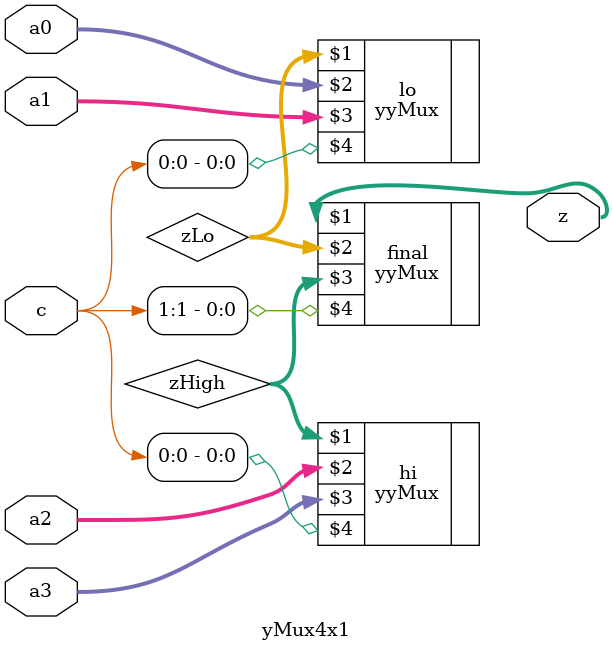
<source format=v>
`include "ReMux.v"

module yMux4x1(z, a0, a1, a2, a3, c);
    parameter SIZE = 32;
    output [SIZE - 1 : 0] z;
    input [SIZE - 1 : 0] a0, a1, a2, a3;
    input [1 : 0] c;
    wire [SIZE -1 : 0] zLo, zHigh ;
    yyMux #(SIZE) lo(zLo, a0, a1, c[0]);
    yyMux #(SIZE) hi(zHigh, a2, a3, c[0]);
    yyMux #(SIZE) final(z, zLo, zHigh, c[1]);
endmodule
</source>
